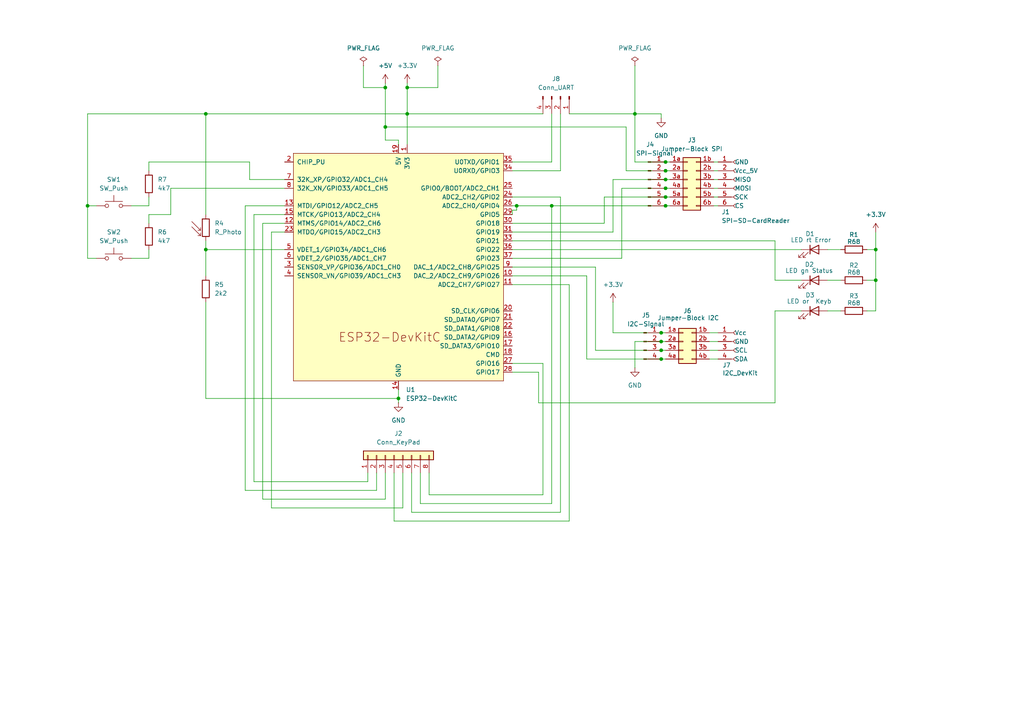
<source format=kicad_sch>
(kicad_sch (version 20250114) (generator "eeschema") (generator_version "9.0")
  (paper "A4")
  (lib_symbols
    (symbol "Connector:Conn_01x04_Pin" (pin_names (offset 1.016) (hide yes))
      (property "Reference" "J" (at 0 5.08 0))
      (property "Value" "Conn_01x04_Pin" (at 0 -7.62 0))
      (symbol "Conn_01x04_Pin_1_1"
        (rectangle (start 0.8636 2.667) (end 0 2.413) (stroke (width 0.1524)) (fill (type outline)))
        (rectangle (start 0.8636 0.127) (end 0 -0.127) (stroke (width 0.1524)) (fill (type outline)))
        (rectangle (start 0.8636 -2.413) (end 0 -2.667) (stroke (width 0.1524)) (fill (type outline)))
        (rectangle (start 0.8636 -4.953) (end 0 -5.207) (stroke (width 0.1524)) (fill (type outline)))
        (polyline (pts (xy 1.27 2.54) (xy 0.8636 2.54)) (stroke (width 0.1524)))
        (polyline (pts (xy 1.27 0) (xy 0.8636 0)) (stroke (width 0.1524)))
        (polyline (pts (xy 1.27 -2.54) (xy 0.8636 -2.54)) (stroke (width 0.1524)))
        (polyline (pts (xy 1.27 -5.08) (xy 0.8636 -5.08)) (stroke (width 0.1524)))
        (pin passive line (at 5.08 2.54 180) (length 3.81) (name "Pin_1") (number "1"))
        (pin passive line (at 5.08 0 180) (length 3.81) (name "Pin_2") (number "2"))
        (pin passive line (at 5.08 -2.54 180) (length 3.81) (name "Pin_3") (number "3"))
        (pin passive line (at 5.08 -5.08 180) (length 3.81) (name "Pin_4") (number "4"))
      )
    )
    (symbol "Connector:Conn_01x06_Pin" (pin_names (offset 1.016) (hide yes))
      (property "Reference" "J" (at 0 7.62 0))
      (property "Value" "Conn_01x06_Pin" (at 0 -10.16 0))
      (symbol "Conn_01x06_Pin_1_1"
        (rectangle (start 0.8636 5.207) (end 0 4.953) (stroke (width 0.1524)) (fill (type outline)))
        (rectangle (start 0.8636 2.667) (end 0 2.413) (stroke (width 0.1524)) (fill (type outline)))
        (rectangle (start 0.8636 0.127) (end 0 -0.127) (stroke (width 0.1524)) (fill (type outline)))
        (rectangle (start 0.8636 -2.413) (end 0 -2.667) (stroke (width 0.1524)) (fill (type outline)))
        (rectangle (start 0.8636 -4.953) (end 0 -5.207) (stroke (width 0.1524)) (fill (type outline)))
        (rectangle (start 0.8636 -7.493) (end 0 -7.747) (stroke (width 0.1524)) (fill (type outline)))
        (polyline (pts (xy 1.27 5.08) (xy 0.8636 5.08)) (stroke (width 0.1524)))
        (polyline (pts (xy 1.27 2.54) (xy 0.8636 2.54)) (stroke (width 0.1524)))
        (polyline (pts (xy 1.27 0) (xy 0.8636 0)) (stroke (width 0.1524)))
        (polyline (pts (xy 1.27 -2.54) (xy 0.8636 -2.54)) (stroke (width 0.1524)))
        (polyline (pts (xy 1.27 -5.08) (xy 0.8636 -5.08)) (stroke (width 0.1524)))
        (polyline (pts (xy 1.27 -7.62) (xy 0.8636 -7.62)) (stroke (width 0.1524)))
        (pin passive line (at 5.08 5.08 180) (length 3.81) (name "Pin_1") (number "1"))
        (pin passive line (at 5.08 2.54 180) (length 3.81) (name "Pin_2") (number "2"))
        (pin passive line (at 5.08 0 180) (length 3.81) (name "Pin_3") (number "3"))
        (pin passive line (at 5.08 -2.54 180) (length 3.81) (name "Pin_4") (number "4"))
        (pin passive line (at 5.08 -5.08 180) (length 3.81) (name "Pin_5") (number "5"))
        (pin passive line (at 5.08 -7.62 180) (length 3.81) (name "Pin_6") (number "6"))
      )
    )
    (symbol "Connector_Generic:Conn_01x08" (pin_names (offset 1.016) (hide yes))
      (property "Reference" "J" (at 0 10.16 0))
      (property "Value" "Conn_01x08" (at 0 -12.7 0))
      (symbol "Conn_01x08_1_1"
        (rectangle (start -1.27 8.89) (end 1.27 -11.43) (stroke (width 0.254)) (fill (type background)))
        (rectangle (start -1.27 7.747) (end 0 7.493) (stroke (width 0.1524)))
        (rectangle (start -1.27 5.207) (end 0 4.953) (stroke (width 0.1524)))
        (rectangle (start -1.27 2.667) (end 0 2.413) (stroke (width 0.1524)))
        (rectangle (start -1.27 0.127) (end 0 -0.127) (stroke (width 0.1524)))
        (rectangle (start -1.27 -2.413) (end 0 -2.667) (stroke (width 0.1524)))
        (rectangle (start -1.27 -4.953) (end 0 -5.207) (stroke (width 0.1524)))
        (rectangle (start -1.27 -7.493) (end 0 -7.747) (stroke (width 0.1524)))
        (rectangle (start -1.27 -10.033) (end 0 -10.287) (stroke (width 0.1524)))
        (pin passive line (at -5.08 7.62 0) (length 3.81) (name "Pin_1") (number "1"))
        (pin passive line (at -5.08 5.08 0) (length 3.81) (name "Pin_2") (number "2"))
        (pin passive line (at -5.08 2.54 0) (length 3.81) (name "Pin_3") (number "3"))
        (pin passive line (at -5.08 0 0) (length 3.81) (name "Pin_4") (number "4"))
        (pin passive line (at -5.08 -2.54 0) (length 3.81) (name "Pin_5") (number "5"))
        (pin passive line (at -5.08 -5.08 0) (length 3.81) (name "Pin_6") (number "6"))
        (pin passive line (at -5.08 -7.62 0) (length 3.81) (name "Pin_7") (number "7"))
        (pin passive line (at -5.08 -10.16 0) (length 3.81) (name "Pin_8") (number "8"))
      )
    )
    (symbol "Connector_Generic:Conn_02x04_Row_Letter_Last" (pin_names (offset 1.016) (hide yes))
      (property "Reference" "J" (at 1.27 5.08 0))
      (property "Value" "Conn_02x04_Row_Letter_Last" (at 1.27 -7.62 0))
      (symbol "Conn_02x04_Row_Letter_Last_1_1"
        (rectangle (start -1.27 3.81) (end 3.81 -6.35) (stroke (width 0.254)) (fill (type background)))
        (rectangle (start -1.27 2.667) (end 0 2.413) (stroke (width 0.1524)))
        (rectangle (start -1.27 0.127) (end 0 -0.127) (stroke (width 0.1524)))
        (rectangle (start -1.27 -2.413) (end 0 -2.667) (stroke (width 0.1524)))
        (rectangle (start -1.27 -4.953) (end 0 -5.207) (stroke (width 0.1524)))
        (rectangle (start 3.81 2.667) (end 2.54 2.413) (stroke (width 0.1524)))
        (rectangle (start 3.81 0.127) (end 2.54 -0.127) (stroke (width 0.1524)))
        (rectangle (start 3.81 -2.413) (end 2.54 -2.667) (stroke (width 0.1524)))
        (rectangle (start 3.81 -4.953) (end 2.54 -5.207) (stroke (width 0.1524)))
        (pin passive line (at -5.08 2.54 0) (length 3.81) (name "Pin_1a") (number "1a"))
        (pin passive line (at -5.08 0 0) (length 3.81) (name "Pin_2a") (number "2a"))
        (pin passive line (at -5.08 -2.54 0) (length 3.81) (name "Pin_3a") (number "3a"))
        (pin passive line (at -5.08 -5.08 0) (length 3.81) (name "Pin_4a") (number "4a"))
        (pin passive line (at 7.62 2.54 180) (length 3.81) (name "Pin_1b") (number "1b"))
        (pin passive line (at 7.62 0 180) (length 3.81) (name "Pin_2b") (number "2b"))
        (pin passive line (at 7.62 -2.54 180) (length 3.81) (name "Pin_3b") (number "3b"))
        (pin passive line (at 7.62 -5.08 180) (length 3.81) (name "Pin_4b") (number "4b"))
      )
    )
    (symbol "Connector_Generic:Conn_02x06_Row_Letter_Last" (pin_names (offset 1.016) (hide yes))
      (property "Reference" "J" (at 1.27 7.62 0))
      (property "Value" "Conn_02x06_Row_Letter_Last" (at 1.27 -10.16 0))
      (symbol "Conn_02x06_Row_Letter_Last_1_1"
        (rectangle (start -1.27 6.35) (end 3.81 -8.89) (stroke (width 0.254)) (fill (type background)))
        (rectangle (start -1.27 5.207) (end 0 4.953) (stroke (width 0.1524)))
        (rectangle (start -1.27 2.667) (end 0 2.413) (stroke (width 0.1524)))
        (rectangle (start -1.27 0.127) (end 0 -0.127) (stroke (width 0.1524)))
        (rectangle (start -1.27 -2.413) (end 0 -2.667) (stroke (width 0.1524)))
        (rectangle (start -1.27 -4.953) (end 0 -5.207) (stroke (width 0.1524)))
        (rectangle (start -1.27 -7.493) (end 0 -7.747) (stroke (width 0.1524)))
        (rectangle (start 3.81 5.207) (end 2.54 4.953) (stroke (width 0.1524)))
        (rectangle (start 3.81 2.667) (end 2.54 2.413) (stroke (width 0.1524)))
        (rectangle (start 3.81 0.127) (end 2.54 -0.127) (stroke (width 0.1524)))
        (rectangle (start 3.81 -2.413) (end 2.54 -2.667) (stroke (width 0.1524)))
        (rectangle (start 3.81 -4.953) (end 2.54 -5.207) (stroke (width 0.1524)))
        (rectangle (start 3.81 -7.493) (end 2.54 -7.747) (stroke (width 0.1524)))
        (pin passive line (at -5.08 5.08 0) (length 3.81) (name "Pin_1a") (number "1a"))
        (pin passive line (at -5.08 2.54 0) (length 3.81) (name "Pin_2a") (number "2a"))
        (pin passive line (at -5.08 0 0) (length 3.81) (name "Pin_3a") (number "3a"))
        (pin passive line (at -5.08 -2.54 0) (length 3.81) (name "Pin_4a") (number "4a"))
        (pin passive line (at -5.08 -5.08 0) (length 3.81) (name "Pin_5a") (number "5a"))
        (pin passive line (at -5.08 -7.62 0) (length 3.81) (name "Pin_6a") (number "6a"))
        (pin passive line (at 7.62 5.08 180) (length 3.81) (name "Pin_1b") (number "1b"))
        (pin passive line (at 7.62 2.54 180) (length 3.81) (name "Pin_2b") (number "2b"))
        (pin passive line (at 7.62 0 180) (length 3.81) (name "Pin_3b") (number "3b"))
        (pin passive line (at 7.62 -2.54 180) (length 3.81) (name "Pin_4b") (number "4b"))
        (pin passive line (at 7.62 -5.08 180) (length 3.81) (name "Pin_5b") (number "5b"))
        (pin passive line (at 7.62 -7.62 180) (length 3.81) (name "Pin_6b") (number "6b"))
      )
    )
    (symbol "DHBW_Challange:I2C_DevKit_Conn_01x04_Socket_1" (pin_names (offset 1.016))
      (property "Reference" "J" (at 0 7.62 0))
      (property "Value" "I2C_DevKit_Conn_01x04_Socket" (at -1.778 -5.588 0))
      (symbol "I2C_DevKit_Conn_01x04_Socket_1_1_1"
        (polyline (pts (xy -1.27 5.08) (xy -0.508 5.08)) (stroke (width 0.1524)))
        (polyline (pts (xy -1.27 2.54) (xy -0.508 2.54)) (stroke (width 0.1524)))
        (polyline (pts (xy -1.27 0) (xy -0.508 0)) (stroke (width 0.1524)))
        (polyline (pts (xy -1.27 -2.54) (xy -0.508 -2.54)) (stroke (width 0.1524)))
        (arc (start 0 4.572) (mid -0.5058 5.08) (end 0 5.588) (stroke (width 0.1524)))
        (arc (start 0 2.032) (mid -0.5058 2.54) (end 0 3.048) (stroke (width 0.1524)))
        (arc (start 0 -0.508) (mid -0.5058 0) (end 0 0.508) (stroke (width 0.1524)))
        (arc (start 0 -3.048) (mid -0.5058 -2.54) (end 0 -2.032) (stroke (width 0.1524)))
        (pin power_in line (at -5.08 5.08 0) (length 3.81) (name "Vcc") (number "1"))
        (pin power_in line (at -5.08 2.54 0) (length 3.81) (name "GND") (number "2"))
        (pin input line (at -5.08 0 0) (length 3.81) (name "SCL") (number "3"))
        (pin input line (at -5.08 -2.54 0) (length 3.81) (name "SDA") (number "4"))
      )
    )
    (symbol "DHBW_Challange:SPI-SD-CardReader_DevKit_Conn_01x06_Socket" (pin_names (offset 1.016))
      (property "Reference" "J" (at 0 7.62 0))
      (property "Value" "SPI-SD-CardReader_DevKit_Conn_01x06_Socket" (at 0 -10.16 0))
      (symbol "SPI-SD-CardReader_DevKit_Conn_01x06_Socket_1_1"
        (polyline (pts (xy -1.27 5.08) (xy -0.508 5.08)) (stroke (width 0.1524)))
        (polyline (pts (xy -1.27 2.54) (xy -0.508 2.54)) (stroke (width 0.1524)))
        (polyline (pts (xy -1.27 0) (xy -0.508 0)) (stroke (width 0.1524)))
        (polyline (pts (xy -1.27 -2.54) (xy -0.508 -2.54)) (stroke (width 0.1524)))
        (polyline (pts (xy -1.27 -5.08) (xy -0.508 -5.08)) (stroke (width 0.1524)))
        (polyline (pts (xy -1.27 -7.62) (xy -0.508 -7.62)) (stroke (width 0.1524)))
        (arc (start 0 4.572) (mid -0.5058 5.08) (end 0 5.588) (stroke (width 0.1524)))
        (arc (start 0 2.032) (mid -0.5058 2.54) (end 0 3.048) (stroke (width 0.1524)))
        (arc (start 0 -0.508) (mid -0.5058 0) (end 0 0.508) (stroke (width 0.1524)))
        (arc (start 0 -3.048) (mid -0.5058 -2.54) (end 0 -2.032) (stroke (width 0.1524)))
        (arc (start 0 -5.588) (mid -0.5058 -5.08) (end 0 -4.572) (stroke (width 0.1524)))
        (arc (start 0 -8.128) (mid -0.5058 -7.62) (end 0 -7.112) (stroke (width 0.1524)))
        (pin power_in line (at -5.08 5.08 0) (length 3.81) (name "GND") (number "1"))
        (pin power_in line (at -5.08 2.54 0) (length 3.81) (name "Vcc_5V") (number "2"))
        (pin output line (at -5.08 0 0) (length 3.81) (name "MISO") (number "3"))
        (pin input line (at -5.08 -2.54 0) (length 3.81) (name "MOSI") (number "4"))
        (pin input line (at -5.08 -5.08 0) (length 3.81) (name "SCK") (number "5"))
        (pin input line (at -5.08 -7.62 0) (length 3.81) (name "CS") (number "6"))
      )
    )
    (symbol "Device:LED" (pin_numbers (hide yes)) (pin_names (offset 1.016) (hide yes))
      (property "Reference" "D" (at 0 2.54 0))
      (property "Value" "LED" (at 0 -2.54 0))
      (symbol "LED_0_1"
        (polyline (pts (xy -3.048 -0.762) (xy -4.572 -2.286) (xy -3.81 -2.286) (xy -4.572 -2.286) (xy -4.572 -1.524)))
        (polyline (pts (xy -1.778 -0.762) (xy -3.302 -2.286) (xy -2.54 -2.286) (xy -3.302 -2.286) (xy -3.302 -1.524)))
        (polyline (pts (xy -1.27 0) (xy 1.27 0)))
        (polyline (pts (xy -1.27 -1.27) (xy -1.27 1.27)) (stroke (width 0.254)))
        (polyline (pts (xy 1.27 -1.27) (xy 1.27 1.27) (xy -1.27 0) (xy 1.27 -1.27)) (stroke (width 0.254)))
      )
      (symbol "LED_1_1"
        (pin passive line (at -3.81 0 0) (length 2.54) (name "K") (number "1"))
        (pin passive line (at 3.81 0 180) (length 2.54) (name "A") (number "2"))
      )
    )
    (symbol "Device:R" (pin_numbers (hide yes)) (pin_names (offset 0))
      (property "Reference" "R" (at 2.032 0 90))
      (property "Value" "R" (at 0 0 90))
      (symbol "R_0_1"
        (rectangle (start -1.016 -2.54) (end 1.016 2.54) (stroke (width 0.254)))
      )
      (symbol "R_1_1"
        (pin passive line (at 0 3.81 270) (length 1.27) (name "~") (number "1"))
        (pin passive line (at 0 -3.81 90) (length 1.27) (name "~") (number "2"))
      )
    )
    (symbol "Device:R_Photo" (pin_numbers (hide yes)) (pin_names (offset 0))
      (property "Reference" "R" (at 1.27 1.27 0))
      (property "Value" "R_Photo" (at 1.27 0 0))
      (symbol "R_Photo_0_1"
        (polyline (pts (xy -1.524 -0.762) (xy -4.064 1.778)))
        (polyline (pts (xy -1.524 -0.762) (xy -2.286 -0.762)))
        (polyline (pts (xy -1.524 -0.762) (xy -1.524 0)))
        (polyline (pts (xy -1.524 -2.286) (xy -4.064 0.254)))
        (polyline (pts (xy -1.524 -2.286) (xy -2.286 -2.286)))
        (polyline (pts (xy -1.524 -2.286) (xy -1.524 -1.524)))
        (rectangle (start -1.016 2.54) (end 1.016 -2.54) (stroke (width 0.254)))
      )
      (symbol "R_Photo_1_1"
        (pin passive line (at 0 3.81 270) (length 1.27) (name "~") (number "1"))
        (pin passive line (at 0 -3.81 90) (length 1.27) (name "~") (number "2"))
      )
    )
    (symbol "PCM_Espressif:ESP32-DevKitC" (pin_names (offset 1.016))
      (property "Reference" "U" (at -30.48 38.1 0))
      (property "Value" "ESP32-DevKitC" (at -30.48 35.56 0))
      (symbol "ESP32-DevKitC_0_0"
        (text "ESP32-DevKitC" (at -2.54 -20.32 0) (effects (font (size 2.54 2.54))))
        (pin power_in line (at 0 35.56 270) (length 2.54) (name "5V") (number "19"))
        (pin power_in line (at 0 -35.56 90) (length 2.54) (name "GND") (number "14"))
      )
      (symbol "ESP32-DevKitC_0_1"
        (rectangle (start -30.48 33.02) (end 30.48 -33.02) (fill (type background)))
      )
      (symbol "ESP32-DevKitC_1_1"
        (pin input line (at -33.02 30.48 0) (length 2.54) (name "CHIP_PU") (number "2"))
        (pin bidirectional line (at -33.02 25.4 0) (length 2.54) (name "32K_XP/GPIO32/ADC1_CH4") (number "7"))
        (pin bidirectional line (at -33.02 22.86 0) (length 2.54) (name "32K_XN/GPIO33/ADC1_CH5") (number "8"))
        (pin bidirectional line (at -33.02 17.78 0) (length 2.54) (name "MTDI/GPIO12/ADC2_CH5") (number "13"))
        (pin bidirectional line (at -33.02 15.24 0) (length 2.54) (name "MTCK/GPIO13/ADC2_CH4") (number "15"))
        (pin bidirectional line (at -33.02 12.7 0) (length 2.54) (name "MTMS/GPIO14/ADC2_CH6") (number "12"))
        (pin bidirectional line (at -33.02 10.16 0) (length 2.54) (name "MTDO/GPIO15/ADC2_CH3") (number "23"))
        (pin input line (at -33.02 5.08 0) (length 2.54) (name "VDET_1/GPIO34/ADC1_CH6") (number "5"))
        (pin input line (at -33.02 2.54 0) (length 2.54) (name "VDET_2/GPIO35/ADC1_CH7") (number "6"))
        (pin input line (at -33.02 0 0) (length 2.54) (name "SENSOR_VP/GPIO36/ADC1_CH0") (number "3"))
        (pin input line (at -33.02 -2.54 0) (length 2.54) (name "SENSOR_VN/GPIO39/ADC1_CH3") (number "4"))
        (pin passive line (at 0 -35.56 90) (length 2.54) (hide yes) (name "GND") (number "32"))
        (pin passive line (at 0 -35.56 90) (length 2.54) (hide yes) (name "GND") (number "38"))
        (pin power_in line (at 2.54 35.56 270) (length 2.54) (name "3V3") (number "1"))
        (pin bidirectional line (at 33.02 30.48 180) (length 2.54) (name "U0TXD/GPIO1") (number "35"))
        (pin bidirectional line (at 33.02 27.94 180) (length 2.54) (name "U0RXD/GPIO3") (number "34"))
        (pin bidirectional line (at 33.02 22.86 180) (length 2.54) (name "GPIO0/BOOT/ADC2_CH1") (number "25"))
        (pin bidirectional line (at 33.02 20.32 180) (length 2.54) (name "ADC2_CH2/GPIO2") (number "24"))
        (pin bidirectional line (at 33.02 17.78 180) (length 2.54) (name "ADC2_CH0/GPIO4") (number "26"))
        (pin bidirectional line (at 33.02 15.24 180) (length 2.54) (name "GPIO5") (number "29"))
        (pin bidirectional line (at 33.02 12.7 180) (length 2.54) (name "GPIO18") (number "30"))
        (pin bidirectional line (at 33.02 10.16 180) (length 2.54) (name "GPIO19") (number "31"))
        (pin bidirectional line (at 33.02 7.62 180) (length 2.54) (name "GPIO21") (number "33"))
        (pin bidirectional line (at 33.02 5.08 180) (length 2.54) (name "GPIO22") (number "36"))
        (pin bidirectional line (at 33.02 2.54 180) (length 2.54) (name "GPIO23") (number "37"))
        (pin bidirectional line (at 33.02 0 180) (length 2.54) (name "DAC_1/ADC2_CH8/GPIO25") (number "9"))
        (pin bidirectional line (at 33.02 -2.54 180) (length 2.54) (name "DAC_2/ADC2_CH9/GPIO26") (number "10"))
        (pin bidirectional line (at 33.02 -5.08 180) (length 2.54) (name "ADC2_CH7/GPIO27") (number "11"))
        (pin bidirectional line (at 33.02 -12.7 180) (length 2.54) (name "SD_CLK/GPIO6") (number "20"))
        (pin bidirectional line (at 33.02 -15.24 180) (length 2.54) (name "SD_DATA0/GPIO7") (number "21"))
        (pin bidirectional line (at 33.02 -17.78 180) (length 2.54) (name "SD_DATA1/GPIO8") (number "22"))
        (pin bidirectional line (at 33.02 -20.32 180) (length 2.54) (name "SD_DATA2/GPIO9") (number "16"))
        (pin bidirectional line (at 33.02 -22.86 180) (length 2.54) (name "SD_DATA3/GPIO10") (number "17"))
        (pin bidirectional line (at 33.02 -25.4 180) (length 2.54) (name "CMD") (number "18"))
        (pin bidirectional line (at 33.02 -27.94 180) (length 2.54) (name "GPIO16") (number "27"))
        (pin bidirectional line (at 33.02 -30.48 180) (length 2.54) (name "GPIO17") (number "28"))
      )
    )
    (symbol "Switch:SW_Push" (pin_numbers (hide yes)) (pin_names (offset 1.016) (hide yes))
      (property "Reference" "SW" (at 1.27 2.54 0))
      (property "Value" "SW_Push" (at 0 -1.524 0))
      (symbol "SW_Push_0_1"
        (circle (center -2.032 0) (radius 0.508))
        (polyline (pts (xy 0 1.27) (xy 0 3.048)))
        (circle (center 2.032 0) (radius 0.508))
        (polyline (pts (xy 2.54 1.27) (xy -2.54 1.27)))
        (pin passive line (at -5.08 0 0) (length 2.54) (name "1") (number "1"))
        (pin passive line (at 5.08 0 180) (length 2.54) (name "2") (number "2"))
      )
    )
    (symbol "power:+3.3V" (power) (pin_numbers (hide yes)) (pin_names (offset 0) (hide yes))
      (property "Value" "+3.3V" (at 0 3.556 0))
      (symbol "+3.3V_0_1"
        (polyline (pts (xy -0.762 1.27) (xy 0 2.54)))
        (polyline (pts (xy 0 2.54) (xy 0.762 1.27)))
        (polyline (pts (xy 0 0) (xy 0 2.54)))
      )
      (symbol "+3.3V_1_1"
        (pin power_in line (at 0 0 90) (length 0) (name "~") (number "1"))
      )
    )
    (symbol "power:+5V" (power) (pin_numbers (hide yes)) (pin_names (offset 0) (hide yes))
      (property "Value" "+5V" (at 0 3.556 0))
      (symbol "+5V_0_1"
        (polyline (pts (xy -0.762 1.27) (xy 0 2.54)))
        (polyline (pts (xy 0 2.54) (xy 0.762 1.27)))
        (polyline (pts (xy 0 0) (xy 0 2.54)))
      )
      (symbol "+5V_1_1"
        (pin power_in line (at 0 0 90) (length 0) (name "~") (number "1"))
      )
    )
    (symbol "power:GND" (power) (pin_numbers (hide yes)) (pin_names (offset 0) (hide yes))
      (property "Value" "GND" (at 0 -3.81 0))
      (symbol "GND_0_1"
        (polyline (pts (xy 0 0) (xy 0 -1.27) (xy 1.27 -1.27) (xy 0 -2.54) (xy -1.27 -1.27) (xy 0 -1.27)))
      )
      (symbol "GND_1_1"
        (pin power_in line (at 0 0 270) (length 0) (name "~") (number "1"))
      )
    )
    (symbol "power:PWR_FLAG" (power) (pin_numbers (hide yes)) (pin_names (offset 0) (hide yes))
      (property "Value" "PWR_FLAG" (at 0 3.81 0))
      (symbol "PWR_FLAG_0_0"
        (pin power_out line (at 0 0 90) (length 0) (name "~") (number "1"))
      )
      (symbol "PWR_FLAG_0_1"
        (polyline (pts (xy 0 0) (xy 0 1.27) (xy -1.016 1.905) (xy 0 2.54) (xy 1.016 1.905) (xy 0 1.27)))
      )
    )
  )
  (junction (at 184.15 33.02))
  (junction (at 118.11 25.4))
  (junction (at 115.57 115.57))
  (junction (at 254 81.28))
  (junction (at 193.04 54.61))
  (junction (at 191.77 101.6))
  (junction (at 111.76 25.4))
  (junction (at 149.86 59.69))
  (junction (at 111.76 36.83))
  (junction (at 59.69 72.39))
  (junction (at 25.4 59.69))
  (junction (at 191.77 96.52))
  (junction (at 193.04 59.69))
  (junction (at 193.04 49.53))
  (junction (at 193.04 46.99))
  (junction (at 193.04 57.15))
  (junction (at 59.69 33.02))
  (junction (at 191.77 99.06))
  (junction (at 118.11 33.02))
  (junction (at 193.04 52.07))
  (junction (at 160.02 59.69))
  (junction (at 191.77 104.14))
  (junction (at 254 72.39))
  (wire (pts (xy 208.28 104.14) (xy 205.74 104.14)))
  (wire (pts (xy 59.69 72.39) (xy 59.69 80.01)))
  (wire (pts (xy 175.26 64.77) (xy 148.59 64.77)))
  (wire (pts (xy 149.86 59.69) (xy 160.02 59.69)))
  (wire (pts (xy 149.86 59.69) (xy 149.86 60.96)))
  (wire (pts (xy 118.11 25.4) (xy 118.11 24.13)))
  (wire (pts (xy 175.26 57.15) (xy 193.04 57.15)))
  (wire (pts (xy 184.15 106.68) (xy 184.15 99.06)))
  (wire (pts (xy 73.66 139.7) (xy 106.68 139.7)))
  (wire (pts (xy 240.03 81.28) (xy 243.84 81.28)))
  (wire (pts (xy 254 81.28) (xy 254 72.39)))
  (wire (pts (xy 224.79 116.84) (xy 224.79 90.17)))
  (wire (pts (xy 180.34 54.61) (xy 180.34 74.93)))
  (wire (pts (xy 43.18 74.93) (xy 38.1 74.93)))
  (wire (pts (xy 71.12 142.24) (xy 109.22 142.24)))
  (wire (pts (xy 111.76 40.64) (xy 111.76 36.83)))
  (wire (pts (xy 207.01 46.99) (xy 208.28 46.99)))
  (wire (pts (xy 118.11 33.02) (xy 157.48 33.02)))
  (wire (pts (xy 148.59 72.39) (xy 232.41 72.39)))
  (wire (pts (xy 180.34 54.61) (xy 193.04 54.61)))
  (wire (pts (xy 148.59 107.95) (xy 156.21 107.95)))
  (wire (pts (xy 148.59 77.47) (xy 172.72 77.47)))
  (wire (pts (xy 170.18 80.01) (xy 170.18 104.14)))
  (wire (pts (xy 76.2 64.77) (xy 76.2 144.78)))
  (wire (pts (xy 148.59 49.53) (xy 162.56 49.53)))
  (wire (pts (xy 224.79 81.28) (xy 232.41 81.28)))
  (wire (pts (xy 127 25.4) (xy 118.11 25.4)))
  (wire (pts (xy 105.41 19.05) (xy 105.41 25.4)))
  (wire (pts (xy 73.66 62.23) (xy 73.66 139.7)))
  (wire (pts (xy 148.59 80.01) (xy 170.18 80.01)))
  (wire (pts (xy 160.02 59.69) (xy 193.04 59.69)))
  (wire (pts (xy 191.77 104.14) (xy 193.04 104.14)))
  (wire (pts (xy 184.15 99.06) (xy 191.77 99.06)))
  (wire (pts (xy 148.59 105.41) (xy 157.48 105.41)))
  (wire (pts (xy 172.72 77.47) (xy 172.72 101.6)))
  (wire (pts (xy 27.94 74.93) (xy 25.4 74.93)))
  (wire (pts (xy 254 90.17) (xy 254 81.28)))
  (wire (pts (xy 207.01 52.07) (xy 208.28 52.07)))
  (wire (pts (xy 156.21 107.95) (xy 156.21 116.84)))
  (wire (pts (xy 184.15 46.99) (xy 193.04 46.99)))
  (wire (pts (xy 148.59 57.15) (xy 162.56 57.15)))
  (wire (pts (xy 82.55 54.61) (xy 49.53 54.61)))
  (wire (pts (xy 127 19.05) (xy 127 25.4)))
  (wire (pts (xy 43.18 59.69) (xy 43.18 57.15)))
  (wire (pts (xy 43.18 46.99) (xy 43.18 49.53)))
  (wire (pts (xy 172.72 101.6) (xy 191.77 101.6)))
  (wire (pts (xy 43.18 62.23) (xy 43.18 64.77)))
  (wire (pts (xy 115.57 40.64) (xy 111.76 40.64)))
  (wire (pts (xy 191.77 101.6) (xy 193.04 101.6)))
  (wire (pts (xy 162.56 49.53) (xy 162.56 33.02)))
  (wire (pts (xy 193.04 57.15) (xy 194.31 57.15)))
  (wire (pts (xy 193.04 46.99) (xy 194.31 46.99)))
  (wire (pts (xy 180.34 74.93) (xy 148.59 74.93)))
  (wire (pts (xy 105.41 25.4) (xy 111.76 25.4)))
  (wire (pts (xy 160.02 146.05) (xy 121.92 146.05)))
  (wire (pts (xy 208.28 96.52) (xy 205.74 96.52)))
  (wire (pts (xy 148.59 82.55) (xy 165.1 82.55)))
  (wire (pts (xy 177.8 52.07) (xy 193.04 52.07)))
  (wire (pts (xy 184.15 33.02) (xy 191.77 33.02)))
  (wire (pts (xy 208.28 99.06) (xy 205.74 99.06)))
  (wire (pts (xy 165.1 82.55) (xy 165.1 151.13)))
  (wire (pts (xy 49.53 62.23) (xy 43.18 62.23)))
  (wire (pts (xy 148.59 69.85) (xy 224.79 69.85)))
  (wire (pts (xy 224.79 69.85) (xy 224.79 81.28)))
  (wire (pts (xy 175.26 57.15) (xy 175.26 64.77)))
  (wire (pts (xy 111.76 36.83) (xy 111.76 25.4)))
  (wire (pts (xy 118.11 41.91) (xy 118.11 33.02)))
  (wire (pts (xy 207.01 54.61) (xy 208.28 54.61)))
  (wire (pts (xy 240.03 72.39) (xy 243.84 72.39)))
  (wire (pts (xy 78.74 147.32) (xy 116.84 147.32)))
  (wire (pts (xy 207.01 57.15) (xy 208.28 57.15)))
  (wire (pts (xy 177.8 67.31) (xy 177.8 52.07)))
  (wire (pts (xy 121.92 146.05) (xy 121.92 137.16)))
  (wire (pts (xy 162.56 57.15) (xy 162.56 148.59)))
  (wire (pts (xy 49.53 54.61) (xy 49.53 62.23)))
  (wire (pts (xy 148.59 59.69) (xy 149.86 59.69)))
  (wire (pts (xy 78.74 67.31) (xy 78.74 147.32)))
  (wire (pts (xy 207.01 49.53) (xy 208.28 49.53)))
  (wire (pts (xy 59.69 72.39) (xy 59.69 69.85)))
  (wire (pts (xy 76.2 144.78) (xy 111.76 144.78)))
  (wire (pts (xy 177.8 96.52) (xy 191.77 96.52)))
  (wire (pts (xy 59.69 33.02) (xy 118.11 33.02)))
  (wire (pts (xy 240.03 90.17) (xy 243.84 90.17)))
  (wire (pts (xy 106.68 139.7) (xy 106.68 137.16)))
  (wire (pts (xy 116.84 147.32) (xy 116.84 137.16)))
  (wire (pts (xy 124.46 137.16) (xy 124.46 143.51)))
  (wire (pts (xy 208.28 101.6) (xy 205.74 101.6)))
  (wire (pts (xy 119.38 148.59) (xy 119.38 137.16)))
  (wire (pts (xy 114.3 151.13) (xy 114.3 137.16)))
  (wire (pts (xy 191.77 33.02) (xy 191.77 34.29)))
  (wire (pts (xy 184.15 19.05) (xy 184.15 33.02)))
  (wire (pts (xy 43.18 72.39) (xy 43.18 74.93)))
  (wire (pts (xy 184.15 33.02) (xy 184.15 46.99)))
  (wire (pts (xy 251.46 90.17) (xy 254 90.17)))
  (wire (pts (xy 193.04 59.69) (xy 194.31 59.69)))
  (wire (pts (xy 115.57 113.03) (xy 115.57 115.57)))
  (wire (pts (xy 156.21 116.84) (xy 224.79 116.84)))
  (wire (pts (xy 224.79 90.17) (xy 232.41 90.17)))
  (wire (pts (xy 165.1 33.02) (xy 184.15 33.02)))
  (wire (pts (xy 111.76 25.4) (xy 111.76 24.13)))
  (wire (pts (xy 114.3 151.13) (xy 165.1 151.13)))
  (wire (pts (xy 170.18 104.14) (xy 191.77 104.14)))
  (wire (pts (xy 25.4 59.69) (xy 25.4 33.02)))
  (wire (pts (xy 109.22 137.16) (xy 109.22 142.24)))
  (wire (pts (xy 148.59 60.96) (xy 148.59 62.23)))
  (wire (pts (xy 162.56 148.59) (xy 119.38 148.59)))
  (wire (pts (xy 157.48 143.51) (xy 124.46 143.51)))
  (wire (pts (xy 118.11 33.02) (xy 118.11 25.4)))
  (wire (pts (xy 191.77 99.06) (xy 193.04 99.06)))
  (wire (pts (xy 191.77 96.52) (xy 193.04 96.52)))
  (wire (pts (xy 59.69 62.23) (xy 59.69 33.02)))
  (wire (pts (xy 207.01 59.69) (xy 208.28 59.69)))
  (wire (pts (xy 193.04 52.07) (xy 194.31 52.07)))
  (wire (pts (xy 193.04 54.61) (xy 194.31 54.61)))
  (wire (pts (xy 82.55 62.23) (xy 73.66 62.23)))
  (wire (pts (xy 27.94 59.69) (xy 25.4 59.69)))
  (wire (pts (xy 148.59 46.99) (xy 160.02 46.99)))
  (wire (pts (xy 177.8 87.63) (xy 177.8 96.52)))
  (wire (pts (xy 59.69 115.57) (xy 115.57 115.57)))
  (wire (pts (xy 115.57 115.57) (xy 115.57 116.84)))
  (wire (pts (xy 157.48 105.41) (xy 157.48 143.51)))
  (wire (pts (xy 72.39 46.99) (xy 43.18 46.99)))
  (wire (pts (xy 25.4 33.02) (xy 59.69 33.02)))
  (wire (pts (xy 82.55 52.07) (xy 72.39 52.07)))
  (wire (pts (xy 251.46 81.28) (xy 254 81.28)))
  (wire (pts (xy 181.61 49.53) (xy 181.61 36.83)))
  (wire (pts (xy 72.39 52.07) (xy 72.39 46.99)))
  (wire (pts (xy 82.55 64.77) (xy 76.2 64.77)))
  (wire (pts (xy 251.46 72.39) (xy 254 72.39)))
  (wire (pts (xy 115.57 40.64) (xy 115.57 41.91)))
  (wire (pts (xy 160.02 46.99) (xy 160.02 33.02)))
  (wire (pts (xy 71.12 59.69) (xy 71.12 142.24)))
  (wire (pts (xy 71.12 59.69) (xy 82.55 59.69)))
  (wire (pts (xy 148.59 67.31) (xy 177.8 67.31)))
  (wire (pts (xy 149.86 60.96) (xy 148.59 60.96)))
  (wire (pts (xy 38.1 59.69) (xy 43.18 59.69)))
  (wire (pts (xy 82.55 72.39) (xy 59.69 72.39)))
  (wire (pts (xy 111.76 144.78) (xy 111.76 137.16)))
  (wire (pts (xy 160.02 59.69) (xy 160.02 146.05)))
  (wire (pts (xy 193.04 49.53) (xy 181.61 49.53)))
  (wire (pts (xy 254 72.39) (xy 254 67.31)))
  (wire (pts (xy 193.04 49.53) (xy 194.31 49.53)))
  (wire (pts (xy 181.61 36.83) (xy 111.76 36.83)))
  (wire (pts (xy 25.4 59.69) (xy 25.4 74.93)))
  (wire (pts (xy 59.69 87.63) (xy 59.69 115.57)))
  (wire (pts (xy 78.74 67.31) (xy 82.55 67.31)))
  (symbol (lib_id "Connector_Generic:Conn_02x06_Row_Letter_Last") (at 199.39 52.07 0) (unit 1)
    (property "Reference" "J3" (at 200.66 40.64 0))
    (property "Value" "Jumper-Block SPI" (at 200.66 43.18 0))
    (property "Footprint" "Connector_PinHeader_2.54mm:PinHeader_2x06_P2.54mm_Vertical" (effects (hide yes)))
    (property "Description" "Generic connector, double row, 02x06, row letter last pin numbering scheme (pin number consists of a letter for the row and a number for the pin index in this row. 1a, ..., Na; 1b, ..., Nb)), script generated (kicad-library-utils/schlib/autogen/connector/)" (effects (hide yes)))
  )
  (symbol (lib_id "power:PWR_FLAG") (at 127 19.05 0) (unit 1)
    (property "Reference" "#FLG02" (effects (hide yes)))
    (property "Value" "PWR_FLAG" (at 127 13.97 0))
    (property "Description" "Special symbol for telling ERC where power comes from" (effects (hide yes)))
  )
  (symbol (lib_id "power:PWR_FLAG") (at 184.15 19.05 0) (unit 1)
    (property "Reference" "#FLG03" (effects (hide yes)))
    (property "Value" "PWR_FLAG" (at 184.15 13.97 0))
    (property "Description" "Special symbol for telling ERC where power comes from" (effects (hide yes)))
  )
  (symbol (lib_id "DHBW_Challange:SPI-SD-CardReader_DevKit_Conn_01x06_Socket") (at 213.36 52.07 0) (unit 1)
    (property "Reference" "J1" (at 209.296 61.468 0) (effects (justify left)))
    (property "Value" "SPI-SD-CardReader" (at 209.296 64.008 0) (effects (justify left)))
    (property "Footprint" "Connector_PinSocket_2.54mm:PinSocket_1x06_P2.54mm_Vertical" (effects (hide yes)))
    (property "Description" "Generic connector, single row, 01x06, script generated" (effects (hide yes)))
  )
  (symbol (lib_id "Device:R_Photo") (at 59.69 66.04 0) (unit 1)
    (property "Reference" "R4" (at 62.23 64.7699 0) (effects (justify left)))
    (property "Value" "R_Photo" (at 62.23 67.3099 0) (effects (justify left)))
    (property "Footprint" "OptoDevice:R_LDR_4.9x4.2mm_P2.54mm_Vertical" (effects (hide yes)))
    (property "Description" "Photoresistor" (effects (hide yes)))
  )
  (symbol (lib_id "power:+3.3V") (at 118.11 24.13 0) (unit 1)
    (property "Reference" "#PWR01" (effects (hide yes)))
    (property "Value" "+3.3V" (at 118.11 19.05 0))
    (property "Description" "Power symbol creates a global label with name \"+3.3V\"" (effects (hide yes)))
  )
  (symbol (lib_id "PCM_Espressif:ESP32-DevKitC") (at 115.57 77.47 0) (unit 1)
    (property "Reference" "U1" (at 117.7133 113.03 0) (effects (justify left)))
    (property "Value" "ESP32-DevKitC" (at 117.7133 115.57 0) (effects (justify left)))
    (property "Footprint" "PCM_Espressif:ESP32-DevKitC" (effects (hide yes)))
    (property "Datasheet" "https://docs.espressif.com/projects/esp-idf/zh_CN/latest/esp32/hw-reference/esp32/get-started-devkitc.html" (effects (hide yes)))
    (property "Description" "Development Kit" (effects (hide yes)))
  )
  (symbol (lib_id "Connector:Conn_01x04_Pin") (at 186.69 99.06 0) (unit 1)
    (property "Reference" "J5" (at 187.325 91.44 0))
    (property "Value" "I2C-Signal" (at 187.325 93.98 0))
    (property "Footprint" "Connector_PinHeader_2.54mm:PinHeader_1x04_P2.54mm_Vertical" (effects (hide yes)))
    (property "Description" "Generic connector, single row, 01x04, script generated" (effects (hide yes)))
  )
  (symbol (lib_id "Switch:SW_Push") (at 33.02 59.69 0) (unit 1)
    (property "Reference" "SW1" (at 33.02 52.07 0))
    (property "Value" "SW_Push" (at 33.02 54.61 0))
    (property "Footprint" "Button_Switch_THT:SW_PUSH_6mm" (effects (hide yes)))
    (property "Description" "Push button switch, generic, two pins" (effects (hide yes)))
  )
  (symbol (lib_id "power:+3.3V") (at 254 67.31 0) (unit 1)
    (property "Reference" "#PWR07" (effects (hide yes)))
    (property "Value" "+3.3V" (at 254 62.23 0))
    (property "Description" "Power symbol creates a global label with name \"+3.3V\"" (effects (hide yes)))
  )
  (symbol (lib_id "DHBW_Challange:I2C_DevKit_Conn_01x04_Socket_1") (at 213.36 101.6 0) (unit 1)
    (property "Reference" "J7" (at 209.55 105.918 0) (effects (justify left)))
    (property "Value" "I2C_DevKit" (at 209.55 108.204 0) (effects (justify left)))
    (property "Footprint" "Connector_PinSocket_2.54mm:PinSocket_1x04_P2.54mm_Vertical" (effects (hide yes)))
    (property "Description" "Generic connector, single row, 01x06, script generated" (effects (hide yes)))
  )
  (symbol (lib_id "Device:LED") (at 236.22 90.17 0) (unit 1)
    (property "Reference" "D3" (at 234.95 85.598 0))
    (property "Value" "LED or  Keyb" (at 234.696 87.376 0))
    (property "Footprint" "LED_THT:LED_D3.0mm" (effects (hide yes)))
    (property "Description" "Light emitting diode" (effects (hide yes)))
    (property "Sim.Pins" "1=K 2=A" (effects (hide yes)))
  )
  (symbol (lib_id "Device:R") (at 247.65 90.17 270) (unit 1)
    (property "Reference" "R3" (at 247.65 85.852 90))
    (property "Value" "R68" (at 247.65 87.884 90))
    (property "Footprint" "Resistor_THT:R_Axial_DIN0204_L3.6mm_D1.6mm_P5.08mm_Horizontal" (effects (hide yes)))
    (property "Description" "Resistor" (effects (hide yes)))
  )
  (symbol (lib_id "power:GND") (at 191.77 34.29 0) (unit 1)
    (property "Reference" "#PWR04" (effects (hide yes)))
    (property "Value" "GND" (at 191.77 39.37 0))
    (property "Description" "Power symbol creates a global label with name \"GND\" , ground" (effects (hide yes)))
  )
  (symbol (lib_id "Device:R") (at 43.18 53.34 0) (unit 1)
    (property "Reference" "R7" (at 45.72 52.0699 0) (effects (justify left)))
    (property "Value" "4k7" (at 45.72 54.6099 0) (effects (justify left)))
    (property "Footprint" "Resistor_THT:R_Axial_DIN0204_L3.6mm_D1.6mm_P5.08mm_Horizontal" (effects (hide yes)))
    (property "Description" "Resistor" (effects (hide yes)))
  )
  (symbol (lib_id "power:+5V") (at 111.76 24.13 0) (unit 1)
    (property "Reference" "#PWR02" (effects (hide yes)))
    (property "Value" "+5V" (at 111.76 19.05 0))
    (property "Description" "Power symbol creates a global label with name \"+5V\"" (effects (hide yes)))
  )
  (symbol (lib_id "Device:R") (at 247.65 81.28 90) (unit 1)
    (property "Reference" "R2" (at 247.65 76.962 90))
    (property "Value" "R68" (at 247.65 78.994 90))
    (property "Footprint" "Resistor_THT:R_Axial_DIN0204_L3.6mm_D1.6mm_P5.08mm_Horizontal" (effects (hide yes)))
    (property "Description" "Resistor" (effects (hide yes)))
  )
  (symbol (lib_id "power:+3.3V") (at 177.8 87.63 0) (unit 1)
    (property "Reference" "#PWR06" (effects (hide yes)))
    (property "Value" "+3.3V" (at 177.8 82.55 0))
    (property "Description" "Power symbol creates a global label with name \"+3.3V\"" (effects (hide yes)))
  )
  (symbol (lib_id "power:GND") (at 184.15 106.68 0) (unit 1)
    (property "Reference" "#PWR05" (effects (hide yes)))
    (property "Value" "GND" (at 184.15 111.76 0))
    (property "Description" "Power symbol creates a global label with name \"GND\" , ground" (effects (hide yes)))
  )
  (symbol (lib_id "Connector:Conn_01x06_Pin") (at 187.96 52.07 0) (unit 1)
    (property "Reference" "J4" (at 188.595 41.91 0))
    (property "Value" "SPI-Signal" (at 189.865 44.45 0))
    (property "Footprint" "Connector_PinHeader_2.54mm:PinHeader_1x06_P2.54mm_Vertical" (effects (hide yes)))
    (property "Description" "Generic connector, single row, 01x06, script generated" (effects (hide yes)))
  )
  (symbol (lib_id "Device:R") (at 59.69 83.82 0) (unit 1)
    (property "Reference" "R5" (at 62.23 82.5499 0) (effects (justify left)))
    (property "Value" "2k2" (at 62.23 85.0899 0) (effects (justify left)))
    (property "Footprint" "Resistor_THT:R_Axial_DIN0204_L3.6mm_D1.6mm_P5.08mm_Horizontal" (effects (hide yes)))
    (property "Description" "Resistor" (effects (hide yes)))
  )
  (symbol (lib_id "Connector:Conn_01x04_Pin") (at 162.56 27.94 270) (unit 1)
    (property "Reference" "J8" (at 161.29 22.86 90))
    (property "Value" "Conn_UART" (at 161.29 25.4 90))
    (property "Footprint" "Connector_PinHeader_2.54mm:PinHeader_1x04_P2.54mm_Vertical" (effects (hide yes)))
    (property "Description" "Generic connector, single row, 01x04, script generated" (effects (hide yes)))
  )
  (symbol (lib_id "Switch:SW_Push") (at 33.02 74.93 0) (unit 1)
    (property "Reference" "SW2" (at 33.02 67.31 0))
    (property "Value" "SW_Push" (at 33.02 69.85 0))
    (property "Footprint" "Button_Switch_THT:SW_PUSH_6mm" (effects (hide yes)))
    (property "Description" "Push button switch, generic, two pins" (effects (hide yes)))
  )
  (symbol (lib_id "Device:R") (at 43.18 68.58 0) (unit 1)
    (property "Reference" "R6" (at 45.72 67.3099 0) (effects (justify left)))
    (property "Value" "4k7" (at 45.72 69.8499 0) (effects (justify left)))
    (property "Footprint" "Resistor_THT:R_Axial_DIN0204_L3.6mm_D1.6mm_P5.08mm_Horizontal" (effects (hide yes)))
    (property "Description" "Resistor" (effects (hide yes)))
  )
  (symbol (lib_id "Device:LED") (at 236.22 72.39 0) (unit 1)
    (property "Reference" "D1" (at 234.95 67.818 0))
    (property "Value" "LED rt Error" (at 235.204 69.596 0))
    (property "Footprint" "LED_THT:LED_D3.0mm" (effects (hide yes)))
    (property "Description" "Light emitting diode" (effects (hide yes)))
    (property "Sim.Pins" "1=K 2=A" (effects (hide yes)))
  )
  (symbol (lib_id "Connector_Generic:Conn_02x04_Row_Letter_Last") (at 198.12 99.06 0) (unit 1)
    (property "Reference" "J6" (at 199.39 90.17 0))
    (property "Value" "Jumper-Block I2C" (at 199.644 92.202 0))
    (property "Footprint" "Connector_PinHeader_2.54mm:PinHeader_2x04_P2.54mm_Vertical" (effects (hide yes)))
    (property "Description" "Generic connector, double row, 02x04, row letter last pin numbering scheme (pin number consists of a letter for the row and a number for the pin index in this row. 1a, ..., Na; 1b, ..., Nb)), script generated (kicad-library-utils/schlib/autogen/connector/)" (effects (hide yes)))
  )
  (symbol (lib_id "Connector_Generic:Conn_01x08") (at 114.3 132.08 90) (unit 1)
    (property "Reference" "J2" (at 115.57 125.73 90))
    (property "Value" "Conn_KeyPad" (at 115.57 128.27 90))
    (property "Footprint" "Connector_PinHeader_2.54mm:PinHeader_1x08_P2.54mm_Horizontal" (effects (hide yes)))
    (property "Description" "Generic connector, single row, 01x08, script generated (kicad-library-utils/schlib/autogen/connector/)" (effects (hide yes)))
  )
  (symbol (lib_id "Device:R") (at 247.65 72.39 270) (unit 1)
    (property "Reference" "R1" (at 247.65 68.072 90))
    (property "Value" "R68" (at 247.65 70.104 90))
    (property "Footprint" "Resistor_THT:R_Axial_DIN0204_L3.6mm_D1.6mm_P5.08mm_Horizontal" (effects (hide yes)))
    (property "Description" "Resistor" (effects (hide yes)))
  )
  (symbol (lib_id "power:PWR_FLAG") (at 105.41 19.05 0) (unit 1)
    (property "Reference" "#FLG01" (effects (hide yes)))
    (property "Value" "PWR_FLAG" (at 105.41 13.97 0))
    (property "Description" "Special symbol for telling ERC where power comes from" (effects (hide yes)))
  )
  (symbol (lib_id "power:GND") (at 115.57 116.84 0) (unit 1)
    (property "Reference" "#PWR03" (effects (hide yes)))
    (property "Value" "GND" (at 115.57 121.92 0))
    (property "Description" "Power symbol creates a global label with name \"GND\" , ground" (effects (hide yes)))
  )
  (symbol (lib_id "Device:LED") (at 236.22 81.28 0) (unit 1)
    (property "Reference" "D2" (at 234.7595 76.708 0))
    (property "Value" "LED gn Status" (at 234.696 78.486 0))
    (property "Footprint" "LED_THT:LED_D3.0mm" (effects (hide yes)))
    (property "Description" "Light emitting diode" (effects (hide yes)))
    (property "Sim.Pins" "1=K 2=A" (effects (hide yes)))
  )
)
</source>
